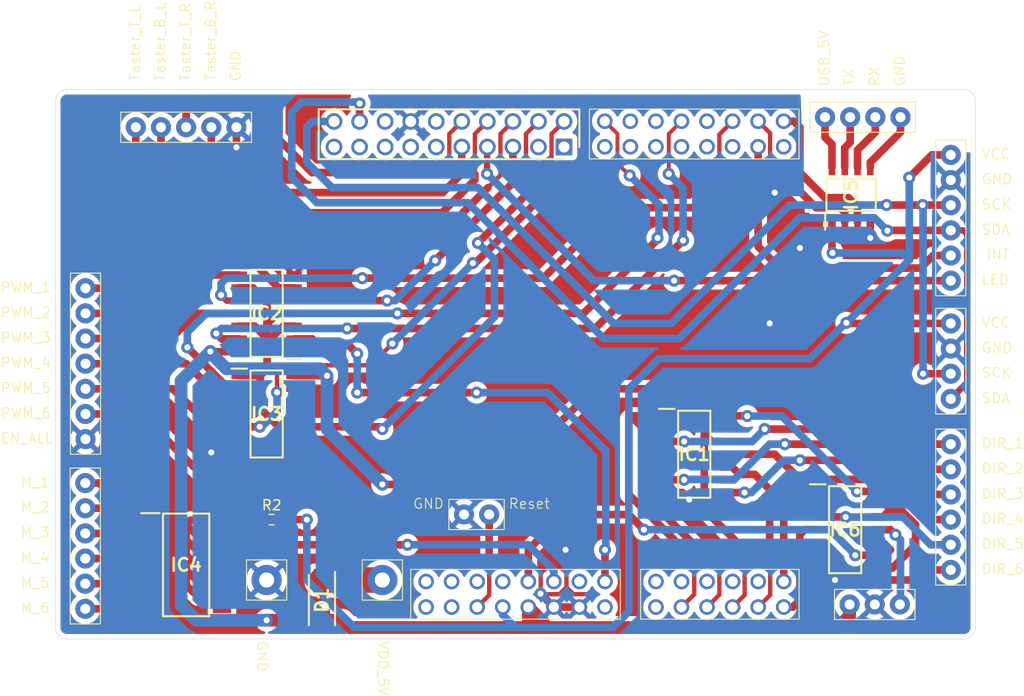
<source format=kicad_pcb>
(kicad_pcb (version 20240108) (generator "pcbnew") (generator_version "8.0")
  (layers (0 "F.Cu" signal "Top Layer") (31 "B.Cu" signal "Bottom Layer") (34 "B.Paste" user "Bottom Paste") (35 "F.Paste" user "Top Paste") (36 "B.SilkS" user "Bottom Overlay") (37 "F.SilkS" user "Top Overlay") (38 "B.Mask" user "Bottom Solder") (39 "F.Mask" user "Top Solder") (44 "Edge.Cuts" user))
  (property "ADDRESS1" "3 Minna Close")
  (property "ADDRESS2" "Belrose")
  (property "ADDRESS3" "NSW 2085")
  (property "ADDRESS4" "Australia")
  (property "CONFIGURATIONPARAMETERS" "")
  (property "CONFIGURATORNAME" "")
  (property "DOCUMENTNUMBER" "")
  (property "ISUSERCONFIGURABLE" "")
  (property "ORGANIZATION" "Altium Limited")
  (property "PAGE_TITLE" "-")
  (property "SHEETSYMBOLDESIGNATOR" "")
  (property "SHEETTOTAL" "3")
  (property "SPICEMODELCACHE" "")
  (property "VERSIONCONTROL_PROJFOLDERREVNUMBER" "")
  (property "VERSIONCONTROL_PROJFOLDERREVNUMBERSHORT" "")
  (property "VERSIONCONTROL_REVNUMBER" "")
  (property "VERSIONCONTROL_REVNUMBERSHORT" "")
  (net 0 "")
  (net 1 "VDDA_MCU")
  (net 2 "VDD-BOARD")
  (net 3 "GND")
  (net 4 "5v-9v")
  (net 5 "VCC_3V")
  (net 6 "/P1-8{slash}SDA0")
  (net 7 "/P1-9{slash}SCL0")
  (net 8 "/P2-1{slash}ADC0-A1")
  (net 9 "VDD_5V")
  (net 10 "/P2-7{slash}TRIG10")
  (net 11 "/DIR_5")
  (net 12 "/DIR_6")
  (net 13 "/P2-0{slash}ADC0-A0")
  (net 14 "/P1-13{slash}ADC0-A11")
  (net 15 "/DIR_4")
  (net 16 "/P1-12{slash}ADC0-A10")
  (net 17 "/DIR_1")
  (net 18 "/P3-7{slash}PWM0-B0")
  (net 19 "/DIR_3")
  (net 20 "/P3-30{slash}ADC0-A13")
  (net 21 "/P3-31{slash}ADC0-A12")
  (net 22 "/PWM_Servo")
  (net 23 "/DIR_2")
  (net 24 "/P3-29{slash}GPIO")
  (net 25 "/P3-6{slash}PWM0-A0")
  (net 26 "/P2-5{slash}GPIO")
  (net 27 "/PWM_2")
  (net 28 "/PWM_3")
  (net 29 "/P2-3{slash}ADC0-A2")
  (net 30 "/PWM_invert")
  (net 31 "/PWM_1")
  (net 32 "/P2-4{slash}GPIO")
  (net 34 "/P3-1{slash}GPIO")
  (net 35 "/PWM_6")
  (net 37 "/P3-15{slash}GPIO")
  (net 38 "/PWM_5")
  (net 40 "/P3-14{slash}PWM0-X2")
  (net 41 "/PWM_4")
  (net 42 "/P1-6{slash}TRIG2")
  (net 43 "/P1-5{slash}UART2-TXD")
  (net 44 "/P1-4{slash}UART2-RXD")
  (net 46 "/P3-13{slash}PWM0-X1")
  (net 47 "/P1-7{slash}GPIO")
  (net 48 "/P3-0{slash}PWM0-A0")
  (net 50 "/P3-12{slash}PWM0-X2")
  (net 55 "/P2-6{slash}CSI1")
  (net 56 "/P1-4{slash}ADC0-A20")
  (net 58 "/P2-2{slash}ADC0-A4")
  (net 59 "/P1-5{slash}ADC0-A21")
  (net 61 "/P2-13{slash}SDO1")
  (net 65 "/P2-12{slash}SCK1")
  (net 66 "/P2-16{slash}SDI1")
  (net 67 "/P3-31{slash}TRIG5")
  (net 68 "/P3-8{slash}PWM0-A1")
  (net 69 "/P3-10{slash}PWM0-A2")
  (net 70 "/P3-9{slash}PWM0-B1")
  (net 71 "/P3-11{slash}PWM0-B2")
  (net 72 "/MCU-RESETn")
  (net 75 "/P1-11{slash}GPIO")
  (net 76 "/P1-10{slash}ADC0-A8")
  (net 80 "/M_Z0_3")
  (net 81 "/M_Z0_2")
  (net 82 "/M_Z0_4")
  (net 84 "/M_Z0_5")
  (net 85 "/M_Z0_1")
  (net 86 "/M_Z0_6")
  (net 87 "Net-(IC5-GND2)")
  (net 88 "Net-(IC5-VCC2)")
  (net 89 "Net-(IC5-OUTA)")
  (net 90 "Net-(IC5-INB)")
  (net 91 "Net-(IC6-3Y)")
  (net 92 "Net-(D1-K)")
  (footprint "Solver_Footprint_Lib:Servo" (layer "F.Cu") (at 180.2135 130.3796)
    (property "Reference" "U7" (hide yes))
    (property "Value" "~" (hide yes))
  )
  (footprint "Solver_Footprint_Lib:PWM_DIR" (layer "F.Cu") (at 190.2691 111.4466 -90)
    (property "Reference" "U3" (hide yes))
    (property "Value" "~" (hide yes))
  )
  (footprint "Solver_Footprint_Lib:SOIC127P600X175-14N" (layer "F.Cu") (at 123.7691 99.9466 180)
    (property "Reference" "IC2")
    (property "Value" "74ALVC00D-Q100J" (hide yes))
  )
  (footprint "Solver_Footprint_Lib:SSQ-110-03-T-D" (layer "F.Cu") (at 128.509312 84.870529)
    (property "Reference" "J2" (hide yes))
    (property "Value" "SSQ-110-03-T-D" (hide yes))
  )
  (footprint "Solver_Footprint_Lib:SOIC127P600X175-8N" (layer "F.Cu") (at 181.8641 88.1576 90)
    (property "Reference" "IC5")
    (property "Value" "ISO6721RBDR" (hide yes))
  )
  (footprint "Solver_Footprint_Lib:SOIC127P600X175-14N" (layer "F.Cu") (at 123.7691 109.9466)
    (property "Reference" "IC3")
    (property "Value" "74ALVC00D-Q100J" (hide yes))
  )
  (footprint "Solver_Footprint_Lib:SOIC127P600X175-14N" (layer "F.Cu") (at 166.2691 113.9466)
    (property "Reference" "IC1")
    (property "Value" "74ALVC00D-Q100J" (hide yes))
  )
  (footprint "Solver_Footprint_Lib:UART" (layer "F.Cu") (at 177.7691 81.9466)
    (property "Reference" "U5" (hide yes))
    (property "Value" "~" (hide yes))
  )
  (footprint "Solver_Footprint_Lib:Reset_Connector" (layer "F.Cu") (at 147.38919 118.432179 180)
    (property "Reference" "U10" (hide yes))
    (property "Value" "~" (hide yes))
  )
  (footprint "Solver_Footprint_Lib:Pinheader_Sensor" (layer "F.Cu") (at 190.2691 82.6966 -90)
    (property "Reference" "U1" (hide yes))
    (property "Value" "~" (hide yes))
  )
  (footprint "Solver_Footprint_Lib:Z0" (layer "F.Cu") (at 104.245362 115.313685 -90)
    (property "Reference" "U8" (hide yes))
    (property "Value" "~" (hide yes))
  )
  (footprint "Solver_Footprint_Lib:DIOM5026X220N" (layer "F.Cu") (at 129.2691 128.4466 -90)
    (property "Reference" "D1")
    (property "Value" "RSX301L-30DDTE25" (hide yes))
  )
  (footprint "Solver_Footprint_Lib:Taster" (layer "F.Cu") (at 109.2691 82.9466)
    (property "Reference" "U9" (hide yes))
    (property "Value" "~" (hide yes))
  )
  (footprint "Solver_Footprint_Lib:SSQ-108-03-T-D" (layer "F.Cu") (at 155.500138 84.617342)
    (property "Reference" "J1" (hide yes))
    (property "Value" "SSQ-108-03-T-D" (hide yes))
  )
  (footprint "Solver_Footprint_Lib:SSQ-108-03-T-D" (layer "F.Cu") (at 159.279101 125.366969 180)
    (property "Reference" "J3" (hide yes))
    (property "Value" "SSQ-108-03-T-D" (hide yes))
  )
  (footprint "Solver_Footprint_Lib:SOIC127P780X200-16N" (layer "F.Cu") (at 115.7691 124.9466)
    (property "Reference" "IC4")
    (property "Value" "ULN2003ANSRE4" (hide yes))
  )
  (footprint "Solver_Footprint_Lib:Pinheader_LCD" (layer "F.Cu") (at 190.2691 99.4466 -90)
    (property "Reference" "U2" (hide yes))
    (property "Value" "~" (hide yes))
  )
  (footprint "Solver_Footprint_Lib:VDD_5V" (layer "F.Cu") (at 137.2691 124.4466 180)
    (property "Reference" "U6" (hide yes))
    (property "Value" "~" (hide yes))
  )
  (footprint "Resistor_SMD:R_0603_1608Metric_Pad0.98x0.95mm_HandSolder" (layer "F.Cu") (at 124.2691 120.4466)
    (property "Reference" "R2")
    (property "Value" "R" (hide yes))
  )
  (footprint "Solver_Footprint_Lib:SOIC127P600X175-14N" (layer "F.Cu") (at 181.2691 121.4466)
    (property "Reference" "IC6")
    (property "Value" "74ALVC00D-Q100J" (hide yes))
  )
  (footprint "Solver_Footprint_Lib:Treiber_PWM" (layer "F.Cu") (at 104.2691 95.9466 -90)
    (property "Reference" "U4" (hide yes))
    (property "Value" "~" (hide yes))
  )
  (footprint "Solver_Footprint_Lib:SSQ-106-03-T-D" (layer "F.Cu") (at 176.942345 125.365134 180)
    (property "Reference" "J4" (hide yes))
    (property "Value" "SSQ-106-03-T-D" (hide yes))
  )
  (gr_line (start 193.0781 132.3086) (end 103.9241 132.3086) (stroke (width 0.05)) (layer "Edge.Cuts"))
  (gr_arc (start 102.7811 78.8416) (mid 103.115877 78.033377) (end 103.9241 77.6986) (stroke (width 0.05)) (layer "Edge.Cuts"))
  (gr_arc (start 103.9241 132.3086) (mid 103.115877 131.973823) (end 102.7811 131.1656) (stroke (width 0.05)) (layer "Edge.Cuts"))
  (gr_line (start 103.9241 77.6986) (end 193.0781 77.6986) (stroke (width 0.05)) (layer "Edge.Cuts"))
  (gr_arc (start 193.0781 77.6986) (mid 193.886323 78.033377) (end 194.2211 78.8416) (stroke (width 0.05)) (layer "Edge.Cuts"))
  (gr_arc (start 194.2211 131.1656) (mid 193.886323 131.973823) (end 193.0781 132.3086) (stroke (width 0.05)) (layer "Edge.Cuts"))
  (gr_line (start 194.2211 78.8416) (end 194.2211 131.1656) (stroke (width 0.05)) (layer "Edge.Cuts"))
  (gr_line (start 102.7811 131.1656) (end 102.7811 78.8416) (stroke (width 0.05)) (layer "Edge.Cuts"))
  (segment (start 152.1958 123.4466) (end 151.008331 124.634069) (width 0.4318) (layer "F.Cu") (net 3))
  (segment (start 183.7691 92.4466) (end 183.7691 90.8686) (width 0.762) (layer "F.Cu") (net 3))
  (segment (start 178.5441 125.2566) (end 179.0791 125.2566) (width 0.762) (layer "F.Cu") (net 3))
  (segment (start 151.044462 127.857565) (end 152.7691 127.857565) (width 0.4318) (layer "F.Cu") (net 3))
  (segment (start 150.991044 127.808912) (end 152.319101 129.136969) (width 0.762) (layer "F.Cu") (net 3))
  (segment (start 150.991044 127.804147) (end 151.047065 127.860168) (width 0.4318) (layer "F.Cu") (net 3))
  (segment (start 153.572442 127.160907) (end 153.572442 127.660907) (width 0.4318) (layer "F.Cu") (net 3))
  (segment (start 118.2791 113.7566) (end 121.0441 113.7566) (width 0.762) (layer "F.Cu") (net 3))
  (segment (start 118.2691 113.7666) (end 118.2791 113.7566) (width 0.762) (layer "F.Cu") (net 3))
  (segment (start 174.2691 90.9466) (end 176.7691 93.4466) (width 0.762) (layer "F.Cu") (net 3))
  (segment (start 151.008331 127.78686) (end 150.991044 127.804147) (width 0.4318) (layer "F.Cu") (net 3))
  (segment (start 153.7691 127.857565) (end 154.2691 127.857565) (width 0.4318) (layer "F.Cu") (net 3))
  (segment (start 151.008331 124.634069) (end 151.008331 127.78686) (width 0.4318) (layer "F.Cu") (net 3))
  (segment (start 152.7691 127.857565) (end 153.7691 127.857565) (width 0.4318) (layer "F.Cu") (net 3))
  (segment (start 152.319101 129.136969) (end 154.859101 129.136969) (width 0.762) (layer "F.Cu") (net 3))
  (segment (start 153.572442 127.660907) (end 153.7691 127.857565) (width 0.4318) (layer "F.Cu") (net 3))
  (segment (start 150.991044 127.804147) (end 151.044462 127.857565) (width 0.4318) (layer "F.Cu") (net 3))
  (segment (start 174.2691 87.9466) (end 174.2691 90.9466) (width 0.762) (layer "F.Cu") (net 3))
  (segment (start 165.0791 117.7566) (end 165.7691 118.4466) (width 0.762) (layer "F.Cu") (net 3))
  (segment (start 163.5441 117.7566) (end 165.0791 117.7566) (width 0.762) (layer "F.Cu") (net 3))
  (segment (start 153.572442 123.536592) (end 153.572442 127.160907) (width 0.4318) (layer "F.Cu") (net 3))
  (segment (start 154.859101 129.136969) (end 156.128675 127.867395) (width 0.4318) (layer "F.Cu") (net 3))
  (segment (start 156.128675 127.867395) (end 156.128675 127.857565) (width 0.4318) (layer "F.Cu") (net 3))
  (segment (start 152.875784 127.857565) (end 152.7691 127.857565) (width 0.4318) (layer "F.Cu") (net 3))
  (segment (start 179.0791 125.2566) (end 180.2691 126.4466) (width 0.762) (layer "F.Cu") (net 3))
  (segment (start 120.7691 81.4466) (end 120.7691 83.4466) (width 0.762) (layer "F.Cu") (net 3))
  (segment (start 153.572442 127.160907) (end 154.2691 127.857565) (width 0.4318) (layer "F.Cu") (net 3))
  (segment (start 154.2691 127.857565) (end 156.128675 127.857565) (width 0.4318) (layer "F.Cu") (net 3))
  (segment (start 153.48245 123.4466) (end 153.572442 123.536592) (width 0.4318) (layer "F.Cu") (net 3))
  (segment (start 153.48245 123.4466) (end 152.1958 123.4466) (width 0.4318) (layer "F.Cu") (net 3))
  (segment (start 150.991044 127.804147) (end 150.991044 127.808912) (width 0.4318) (layer "F.Cu") (net 3))
  (segment (start 153.572442 127.160907) (end 152.875784 127.857565) (width 0.4318) (layer "F.Cu") (net 3))
  (via (at 118.2691 113.7666) (size 1.2) (drill 0.6) (layers "F.Cu" "B.Cu") (net 3))
  (via (at 173.7691 100.9466) (size 1.2) (drill 0.6) (layers "F.Cu" "B.Cu") (net 3))
  (via (at 180.2691 126.4466) (size 1.2) (drill 0.6) (layers "F.Cu" "B.Cu") (net 3))
  (via (at 165.7691 118.4466) (size 1.2) (drill 0.6) (layers "F.Cu" "B.Cu") (net 3))
  (via (at 174.2691 87.9466) (size 1.2) (drill 0.6) (layers "F.Cu" "B.Cu") (net 3))
  (via (at 153.48245 123.4466) (size 1.2) (drill 0.6) (layers "F.Cu" "B.Cu") (net 3))
  (via (at 120.7691 83.4466) (size 1.2) (drill 0.6) (layers "F.Cu" "B.Cu") (net 3))
  (via (at 176.7691 93.4466) (size 1.2) (drill 0.6) (layers "F.Cu" "B.Cu") (net 3))
  (via (at 183.7691 92.4466) (size 1.2) (drill 0.6) (layers "F.Cu" "B.Cu") (net 3))
  (via (at 150.991044 127.804147) (size 1.2) (drill 0.6) (layers "F.Cu" "B.Cu") (net 3))
  (segment (start 179.9591 93.880366) (end 180.01433 93.935596) (width 0.762) (layer "F.Cu") (net 5))
  (segment (start 181.4519 100.9466) (end 181.3941 100.8888) (width 0.635) (layer "F.Cu") (net 5))
  (segment (start 179.9591 90.8686) (end 179.9591 93.880366) (width 0.762) (layer "F.Cu") (net 5))
  (segment (start 189.8925 84.1966) (end 187.6425 86.4466) (width 0.762) (layer "F.Cu") (net 5))
  (segment (start 191.7691 84.1966) (end 189.8925 84.1966) (width 0.762) (layer "F.Cu") (net 5))
  (segment (start 191.7691 100.9466) (end 181.4519 100.9466) (width 0.762) (layer "F.Cu") (net 5))
  (segment (start 125.1816 120.4466) (end 127.7691 120.4466) (width 0.762) (layer "F.Cu") (net 5))
  (via (at 180.01433 93.935596) (size 1.2) (drill 0.6) (layers "F.Cu" "B.Cu") (net 5))
  (via (at 127.7691 120.4466) (size 1.2) (drill 0.6) (layers "F.Cu" "B.Cu") (net 5))
  (via (at 181.3941 100.8888) (size 1.2) (drill 0.6) (layers "F.Cu" "B.Cu") (net 5))
  (via (at 187.6425 86.4466) (size 1.2) (drill 0.6) (layers "F.Cu" "B.Cu") (net 5))
  (segment (start 147.4881 131.1656) (end 147.47724 131.15474) (width 0.762) (layer "B.Cu") (net 5))
  (segment (start 132.47724 131.15474) (end 127.7691 126.4466) (width 0.762) (layer "B.Cu") (net 5))
  (segment (start 181.3269 100.8888) (end 181.3941 100.8888) (width 0.762) (layer "B.Cu") (net 5))
  (segment (start 147.239101 129.916601) (end 148.2691 130.9466) (width 0.762) (layer "B.Cu") (net 5))
  (segment (start 187.6425 94.6404) (end 187.6425 92.9466) (width 0.762) (layer "B.Cu") (net 5))
  (segment (start 159.7691 129.575) (end 159.7691 107.4466) (width 0.762) (layer "B.Cu") (net 5))
  (segment (start 187.6425 94.6404) (end 186.9487 93.9466) (width 0.762) (layer "B.Cu") (net 5))
  (segment (start 180.025334 93.9466) (end 180.01433 93.935596) (width 0.762) (layer "B.Cu") (net 5))
  (segment (start 181.3941 100.8888) (end 187.6425 94.6404) (width 0.762) (layer "B.Cu") (net 5))
  (segment (start 187.6425 92.9466) (end 187.6425 86.4466) (width 0.762) (layer "B.Cu") (net 5))
  (segment (start 147.239101 129.136969) (end 147.239101 129.916601) (width 0.762) (layer "B.Cu") (net 5))
  (segment (start 159.7691 107.4466) (end 162.7691 104.4466) (width 0.762) (layer "B.Cu") (net 5))
  (segment (start 162.7691 104.4466) (end 177.7691 104.4466) (width 0.762) (layer "B.Cu") (net 5))
  (segment (start 158.1785 131.1656) (end 159.7691 129.575) (width 0.762) (layer "B.Cu") (net 5))
  (segment (start 177.7691 104.4466) (end 181.3269 100.8888) (width 0.762) (layer "B.Cu") (net 5))
  (segment (start 127.7691 126.4466) (end 127.7691 120.4466) (width 0.762) (layer "B.Cu") (net 5))
  (segment (start 148.2691 131.1656) (end 149.7691 131.1656) (width 0.762) (layer "B.Cu") (net 5))
  (segment (start 147.47724 131.15474) (end 132.47724 131.15474) (width 0.762) (layer "B.Cu") (net 5))
  (segment (start 186.9487 93.9466) (end 180.025334 93.9466) (width 0.762) (layer "B.Cu") (net 5))
  (segment (start 148.2691 131.1656) (end 147.4881 131.1656) (width 0.762) (layer "B.Cu") (net 5))
  (segment (start 148.2691 130.9466) (end 148.2691 131.1656) (width 0.762) (layer "B.Cu") (net 5))
  (segment (start 149.7691 131.1656) (end 158.1785 131.1656) (width 0.762) (layer "B.Cu") (net 5))
  (segment (start 191.7691 108.4466) (end 193.4036 106.8121) (width 0.635) (layer "F.Cu") (net 6))
  (segment (start 191.7691 91.6966) (end 185.493194 91.6966) (width 0.762) (layer "F.Cu") (net 6))
  (segment (start 193.0299 91.6966) (end 191.7691 91.6966) (width 0.635) (layer "F.Cu") (net 6))
  (segment (start 193.4036 92.0703) (end 193.0299 91.6966) (width 0.635) (layer "F.Cu") (net 6))
  (segment (start 133.011107 80.868734) (end 133.009312 80.870529) (width 0.762) (layer "F.Cu") (net 6))
  (segment (start 133.011107 79.08187) (end 133.011107 80.868734) (width 0.762) (layer "F.Cu") (net 6))
  (segment (start 193.4036 106.8121) (end 193.4036 92.0703) (width 0.635) (layer "F.Cu") (net 6))
  (segment (start 185.493194 91.6966) (end 185.462831 91.726963) (width 0.635) (layer "F.Cu") (net 6))
  (via (at 185.462831 91.726963) (size 1.2) (drill 0.6) (layers "F.Cu" "B.Cu") (net 6))
  (via (at 133.011107 79.08187) (size 1.2) (drill 0.6) (layers "F.Cu" "B.Cu") (net 6))
  (segment (start 132.875837 78.9466) (end 127.2691 78.9466) (width 0.762) (layer "B.Cu") (net 6))
  (segment (start 128.7691 88.9466) (end 143.7691 88.9466) (width 0.762) (layer "B.Cu") (net 6))
  (segment (start 184.182468 90.4466) (end 185.462831 91.726963) (width 0.762) (layer "B.Cu") (net 6))
  (segment (start 176.7691 90.4466) (end 184.182468 90.4466) (width 0.762) (layer "B.Cu") (net 6))
  (segment (start 126.2691 86.4466) (end 128.7691 88.9466) (width 0.762) (layer "B.Cu") (net 6))
  (segment (start 133.011107 79.08187) (end 132.875837 78.9466) (width 0.762) (layer "B.Cu") (net 6))
  (segment (start 126.2691 79.9466) (end 126.2691 86.4466) (width 0.762) (layer "B.Cu") (net 6))
  (segment (start 164.7691 102.4466) (end 176.7691 90.4466) (width 0.762) (layer "B.Cu") (net 6))
  (segment (start 127.2691 78.9466) (end 126.2691 79.9466) (width 0.762) (layer "B.Cu") (net 6))
  (segment (start 157.2691 102.4466) (end 164.7691 102.4466) (width 0.762) (layer "B.Cu") (net 6))
  (segment (start 143.7691 88.9466) (end 157.2691 102.4466) (width 0.762) (layer "B.Cu") (net 6))
  (segment (start 191.7519 89.1794) (end 191.7691 89.1966) (width 0.635) (layer "F.Cu") (net 7))
  (segment (start 188.9633 89.1794) (end 185.387404 89.1794) (width 0.762) (layer "F.Cu") (net 7))
  (segment (start 189.0141 105.9466) (end 191.7691 105.9466) (width 0.762) (layer "F.Cu") (net 7))
  (segment (start 188.9633 89.1794) (end 191.7519 89.1794) (width 0.762) (layer "F.Cu") (net 7))
  (segment (start 185.387404 89.1794) (end 185.385365 89.177361) (width 0.635) (layer "F.Cu") (net 7))
  (via (at 188.9633 89.1794) (size 1.2) (drill 0.6) (layers "F.Cu" "B.Cu") (net 7))
  (via (at 185.385365 89.177361) (size 1.2) (drill 0.6) (layers "F.Cu" "B.Cu") (net 7))
  (via (at 189.0141 105.9466) (size 1.2) (drill 0.6) (layers "F.Cu" "B.Cu") (net 7))
  (segment (start 185.385365 89.177361) (end 175.7691 89.177361) (width 0.762) (layer "B.Cu") (net 7))
  (segment (start 163.999861 100.9466) (end 158.2691 100.9466) (width 0.762) (layer "B.Cu") (net 7))
  (segment (start 130.2691 87.4466) (end 127.7691 84.9466) (width 0.762) (layer "B.Cu") (net 7))
  (segment (start 144.7691 87.4466) (end 130.2691 87.4466) (width 0.762) (layer "B.Cu") (net 7))
  (segment (start 127.7691 81.4466) (end 128.345171 80.870529) (width 0.762) (layer "B.Cu") (net 7))
  (segment (start 128.345171 80.870529) (end 130.469312 80.870529) (width 0.762) (layer "B.Cu") (net 7))
  (segment (start 175.7691 89.177361) (end 163.999861 100.9466) (width 0.762) (layer "B.Cu") (net 7))
  (segment (start 127.7691 84.9466) (end 127.7691 81.4466) (width 0.762) (layer "B.Cu") (net 7))
  (segment (start 189.0141 89.2302) (end 188.9633 89.1794) (width 0.635) (layer "B.Cu") (net 7))
  (segment (start 158.2691 100.9466) (end 144.7691 87.4466) (width 0.762) (layer "B.Cu") (net 7))
  (segment (start 189.0141 105.9466) (end 189.0141 89.2302) (width 0.762) (layer "B.Cu") (net 7))
  (segment (start 191.7691 96.6966) (end 164.2691 96.6966) (width 0.762) (layer "F.Cu") (net 8))
  (segment (start 145.6817 83.438141) (end 145.709312 83.410529) (width 0.635) (layer "F.Cu") (net 8))
  (segment (start 145.6817 86.0806) (end 145.6817 83.438141) (width 0.635) (layer "F.Cu") (net 8))
  (via (at 145.6817 86.0806) (size 1.2) (drill 0.6) (layers "F.Cu" "B.Cu") (net 8))
  (via (at 164.2691 96.6966) (size 1.2) (drill 0.6) (layers "F.Cu" "B.Cu") (net 8))
  (segment (start 164.2691 96.6966) (end 156.2977 96.6966) (width 0.762) (layer "B.Cu") (net 8))
  (segment (start 156.2977 96.6966) (end 145.6817 86.0806) (width 0.762) (layer "B.Cu") (net 8))
  (segment (start 149.779101 129.136969) (end 151.2691 130.626968) (width 1.27) (layer "F.Cu") (net 9))
  (segment (start 149.779101 130.683601) (end 150.2691 131.1736) (width 1.27) (layer "F.Cu") (net 9))
  (segment (start 146.7691 116.9466) (end 156.2691 107.4466) (width 0.762) (layer "F.Cu") (net 9))
  (segment (start 135.2691 116.9466) (end 146.7691 116.9466) (width 0.762) (layer "F.Cu") (net 9))
  (segment (start 129.7691 106.146614) (end 129.759086 106.1366) (width 0.762) (layer "F.Cu") (net 9))
  (segment (start 181.6481 128.945) (end 181.7135 128.8796) (width 1.27) (layer "F.Cu") (net 9))
  (segment (start 149.779101 129.136969) (end 149.779101 130.683601) (width 1.27) (layer "F.Cu") (net 9))
  (segment (start 156.2691 107.4466) (end 165.3941 107.4466) (width 0.762) (layer "F.Cu") (net 9))
  (segment (start 168.0841 110.1366) (end 168.9941 110.1366) (width 0.762) (layer "F.Cu") (net 9))
  (segment (start 129.759086 106.1366) (end 126.4941 106.1366) (width 0.762) (layer "F.Cu") (net 9))
  (segment (start 151.2691 131.1736) (end 150.2691 131.1736) (width 1.27) (layer "F.Cu") (net 9))
  (segment (start 129.2691 130.4466) (end 123.7691 130.4466) (width 1.27) (layer "F.Cu") (net 9))
  (segment (start 181.7135 130.0022) (end 180.5421 131.1736) (width 1.27) (layer "F.Cu") (net 9))
  (segment (start 131.9961 131.1736) (end 131.2691 130.4466) (width 1.27) (layer "F.Cu") (net 9))
  (segment (start 150.2691 131.1736) (end 131.9961 131.1736) (width 1.27) (layer "F.Cu") (net 9))
  (segment (start 171.520743 110.1366) (end 171.536813 110.15267) (width 0.762) (layer "F.Cu") (net 9))
  (segment (start 182.4591 117.6366) (end 183.9941 117.6366) (width 0.762) (layer "F.Cu") (net 9))
  (segment (start 181.7135 128.8796) (end 181.7135 130.0022) (width 1.27) (layer "F.Cu") (net 9))
  (segment (start 165.3941 107.4466) (end 168.0841 110.1366) (width 0.762) (layer "F.Cu") (net 9))
  (segment (start 151.2691 130.626968) (end 151.2691 131.1736) (width 1.27) (layer "F.Cu") (net 9))
  (segment (start 180.5421 131.1736) (end 151.2691 131.1736) (width 1.27) (layer "F.Cu") (net 9))
  (segment (start 118.1965 103.7566) (end 118.1735 103.7336) (width 0.762) (layer "F.Cu") (net 9))
  (segment (start 131.2691 130.4466) (end 129.2691 130.4466) (width 1.27) (layer "F.Cu") (net 9))
  (segment (start 121.0441 103.7566) (end 118.1965 103.7566) (width 0.762) (layer "F.Cu") (net 9))
  (segment (start 168.9941 110.1366) (end 171.520743 110.1366) (width 0.762) (layer "F.Cu") (net 9))
  (via (at 123.7691 130.4466) (size 1.2) (drill 0.6) (layers "F.Cu" "B.Cu") (net 9))
  (via (at 118.1735 103.7336) (size 1.2) (drill 0.6) (layers "F.Cu" "B.Cu") (net 9))
  (via (at 182.4591 117.6366) (size 1.2) (drill 0.6) (layers "F.Cu" "B.Cu") (net 9))
  (via (at 135.2691 116.9466) (size 1.2) (drill 0.6) (layers "F.Cu" "B.Cu") (net 9))
  (via (at 171.536813 110.15267) (size 1.2) (drill 0.6) (layers "F.Cu" "B.Cu") (net 9))
  (via (at 129.7691 106.146614) (size 1.2) (drill 0.6) (layers "F.Cu" "B.Cu") (net 9))
  (segment (start 129.7691 111.4466) (end 129.7691 106.146614) (width 1.27) (layer "B.Cu") (net 9))
  (segment (start 115.2691 128.9466) (end 115.2691 106.638) (width 1.27) (layer "B.Cu") (net 9))
  (segment (start 174.97517 110.15267) (end 182.4591 117.6366) (width 0.762) (layer "B.Cu") (net 9))
  (segment (start 115.2691 106.638) (end 118.1735 103.7336) (width 1.27) (layer "B.Cu") (net 9))
  (segment (start 129.069086 105.4466) (end 119.7691 105.4466) (width 1.27) (layer "B.Cu") (net 9))
  (segment (start 118.1735 103.851) (end 118.1735 103.7336) (width 1.27) (layer "B.Cu") (net 9))
  (segment (start 123.7691 130.4466) (end 116.7691 130.4466) (width 1.27) (layer "B.Cu") (net 9))
  (segment (start 129.7691 106.146614) (end 129.069086 105.4466) (width 1.27) (layer "B.Cu") (net 9))
  (segment (start 171.536813 110.15267) (end 174.97517 110.15267) (width 0.762) (layer "B.Cu") (net 9))
  (segment (start 119.7691 105.4466) (end 118.1735 103.851) (width 1.27) (layer "B.Cu") (net 9))
  (segment (start 135.2691 116.9466) (end 129.7691 111.4466) (width 1.27) (layer "B.Cu") (net 9))
  (segment (start 116.7691 130.4466) (end 115.2691 128.9466) (width 1.27) (layer "B.Cu") (net 9))
  (segment (start 181.304539 120.1766) (end 181.322003 120.194064) (width 0.762) (layer "F.Cu") (net 11))
  (segment (start 191.767352 122.948348) (end 191.7691 122.9466) (width 0.4318) (layer "F.Cu") (net 11))
  (segment (start 178.5441 120.1766) (end 181.304539 120.1766) (width 0.762) (layer "F.Cu") (net 11))
  (via (at 181.322003 120.194064) (size 1.2) (drill 0.6) (layers "F.Cu" "B.Cu") (net 11))
  (segment (start 189.7691 122.9466) (end 191.7691 122.9466) (width 0.762) (layer "B.Cu") (net 11))
  (segment (start 187.016564 120.194064) (end 189.7691 122.9466) (width 0.762) (layer "B.Cu") (net 11))
  (segment (start 181.322003 120.194064) (end 187.016564 120.194064) (width 0.762) (layer "B.Cu") (net 11))
  (segment (start 178.5441 123.9866) (end 179.8091 123.9866) (width 0.762) (layer "F.Cu") (net 12))
  (segment (start 188.7691 126.4466) (end 189.7691 125.4466) (width 0.762) (layer "F.Cu") (net 12))
  (segment (start 182.2691 126.4466) (end 188.7691 126.4466) (width 0.762) (layer "F.Cu") (net 12))
  (segment (start 189.7691 125.4466) (end 191.7691 125.4466) (width 0.762) (layer "F.Cu") (net 12))
  (segment (start 179.8091 123.9866) (end 182.2691 126.4466) (width 0.762) (layer "F.Cu") (net 12))
  (segment (start 167.8091 111.4066) (end 168.9941 111.4066) (width 0.762) (layer "F.Cu") (net 13))
  (segment (start 167.9991 112.6766) (end 167.2691 111.9466) (width 0.762) (layer "F.Cu") (net 13))
  (segment (start 168.9941 112.6766) (end 167.9991 112.6766) (width 0.762) (layer "F.Cu") (net 13))
  (segment (start 171.278245 124.955745) (end 171.278245 123.455745) (width 0.762) (layer "F.Cu") (net 13))
  (segment (start 171.278245 123.455745) (end 167.2691 119.4466) (width 0.762) (layer "F.Cu") (net 13))
  (segment (start 170.087345 129.135134) (end 171.278245 127.944234) (width 0.4318) (layer "F.Cu") (net 13))
  (segment (start 171.278245 127.944234) (end 171.278245 124.955745) (width 0.4318) (layer "F.Cu") (net 13))
  (segment (start 167.2691 119.4466) (end 167.2691 111.9466) (width 0.762) (layer "F.Cu") (net 13))
  (segment (start 167.2691 111.9466) (end 167.8091 111.4066) (width 0.762) (layer "F.Cu") (net 13))
  (segment (start 162.5391 115.2166) (end 163.5441 115.2166) (width 0.762) (layer "F.Cu") (net 14))
  (segment (start 161.7691 114.4466) (end 161.7691 118.4466) (width 0.762) (layer "F.Cu") (net 14))
  (segment (start 161.7691 118.4466) (end 168.7691 125.4466) (width 0.762) (layer "F.Cu") (net 14))
  (segment (start 168.7691 127.913379) (end 168.7691 125.4466) (width 0.4318) (layer "F.Cu") (net 14))
  (segment (start 167.547345 129.135134) (end 168.7691 127.913379) (width 0.4318) (layer "F.Cu") (net 14))
  (segment (start 162.2691 113.9466) (end 161.7691 114.4466) (width 0.762) (layer "F.Cu") (net 14))
  (segment (start 161.7691 114.4466) (end 162.5391 115.2166) (width 0.762) (layer "F.Cu") (net 14))
  (segment (start 163.5441 113.9466) (end 162.2691 113.9466) (width 0.762) (layer "F.Cu") (net 14))
  (segment (start 174.2691 113.9466) (end 168.9941 113.9466) (width 0.762) (layer "F.Cu") (net 15))
  (segment (start 191.7691 120.4466) (end 189.7691 120.4466) (width 0.762) (layer "F.Cu") (net 15))
  (segment (start 185.7691 116.4466) (end 176.7691 116.4466) (width 0.762) (layer "F.Cu") (net 15))
  (segment (start 189.7691 120.4466) (end 185.7691 116.4466) (width 0.762) (layer "F.Cu") (net 15))
  (segment (start 176.7691 116.4466) (end 174.2691 113.9466) (width 0.762) (layer "F.Cu") (net 15))
  (segment (start 166.2691 127.873379) (end 166.2691 124.9466) (width 0.4318) (layer "F.Cu") (net 16))
  (segment (start 159.7691 110.4466) (end 159.7691 117.9466) (width 0.762) (layer "F.Cu") (net 16))
  (segment (start 163.5441 110.1366) (end 160.0791 110.1366) (width 0.762) (layer "F.Cu") (net 16))
  (segment (start 160.0791 110.1366) (end 160.0191 110.1966) (width 0.762) (layer "F.Cu") (net 16))
  (segment (start 159.7691 117.9466) (end 166.2691 124.4466) (width 0.762) (layer "F.Cu") (net 16))
  (segment (start 160.0191 110.1966) (end 159.7691 110.4466) (width 0.762) (layer "F.Cu") (net 16))
  (segment (start 161.2291 111.4066) (end 160.0191 110.1966) (width 0.762) (layer "F.Cu") (net 16))
  (segment (start 165.007345 129.135134) (end 166.2691 127.873379) (width 0.4318) (layer "F.Cu") (net 16))
  (segment (start 163.5441 111.4066) (end 161.2291 111.4066) (width 0.762) (layer "F.Cu") (net 16))
  (segment (start 166.2691 124.4466) (end 166.2691 124.9466) (width 0.762) (layer "F.Cu") (net 16))
  (segment (start 188.7691 111.4466) (end 190.2691 112.9466) (width 0.762) (layer "F.Cu") (net 17))
  (segment (start 190.2691 112.9466) (end 191.7691 112.9466) (width 0.762) (layer "F.Cu") (net 17))
  (segment (start 173.2691 111.4466) (end 188.7691 111.4466) (width 0.762) (layer "F.Cu") (net 17))
  (segment (start 165.2691 112.6766) (end 163.5441 112.6766) (width 0.762) (layer "F.Cu") (net 17))
  (segment (start 191.764413 112.941913) (end 191.7691 112.9466) (width 0.4318) (layer "F.Cu") (net 17))
  (via (at 173.2691 111.4466) (size 1.2) (drill 0.6) (layers "F.Cu" "B.Cu") (net 17))
  (via (at 165.2691 112.6766) (size 1.2) (drill 0.6) (layers "F.Cu" "B.Cu") (net 17))
  (segment (start 173.2691 111.4466) (end 172.033744 112.681956) (width 0.762) (layer "B.Cu") (net 17))
  (segment (start 165.274456 112.681956) (end 165.2691 112.6766) (width 0.762) (layer "B.Cu") (net 17))
  (segment (start 172.033744 112.681956) (end 165.274456 112.681956) (width 0.762) (layer "B.Cu") (net 17))
  (segment (start 171.2691 117.7566) (end 168.9941 117.7566) (width 0.762) (layer "F.Cu") (net 19))
  (segment (start 176.7691 114.55053) (end 186.87303 114.55053) (width 0.762) (layer "F.Cu") (net 19))
  (segment (start 186.87303 114.55053) (end 190.2691 117.9466) (width 0.762) (layer "F.Cu") (net 19))
  (segment (start 190.2691 117.9466) (end 191.7691 117.9466) (width 0.762) (layer "F.Cu") (net 19))
  (via (at 176.7691 114.55053) (size 1.2) (drill 0.6) (layers "F.Cu" "B.Cu") (net 19))
  (via (at 171.2691 117.7566) (size 1.2) (drill 0.6) (layers "F.Cu" "B.Cu") (net 19))
  (segment (start 171.958503 117.7566) (end 175.164573 114.55053) (width 0.762) (layer "B.Cu") (net 19))
  (segment (start 171.2691 117.7566) (end 171.958503 117.7566) (width 0.762) (layer "B.Cu") (net 19))
  (segment (start 175.164573 114.55053) (end 176.7691 114.55053) (width 0.762) (layer "B.Cu") (net 19))
  (segment (start 176.7691 128.4466) (end 176.7691 123.4466) (width 0.762) (layer "F.Cu") (net 20))
  (segment (start 176.080566 129.135134) (end 176.7691 128.4466) (width 0.762) (layer "F.Cu") (net 20))
  (segment (start 175.167345 129.135134) (end 176.080566 129.135134) (width 0.762) (layer "F.Cu") (net 20))
  (segment (start 176.7691 121.9466) (end 177.2691 121.4466) (width 0.762) (layer "F.Cu") (net 20))
  (segment (start 176.7691 123.4466) (end 177.4991 122.7166) (width 0.762) (layer "F.Cu") (net 20))
  (segment (start 176.7691 123.4466) (end 176.7691 121.9466) (width 0.762) (layer "F.Cu") (net 20))
  (segment (start 177.2691 121.4466) (end 178.5441 121.4466) (width 0.762) (layer "F.Cu") (net 20))
  (segment (start 177.4991 122.7166) (end 178.5441 122.7166) (width 0.762) (layer "F.Cu") (net 20))
  (segment (start 173.818245 127.944234) (end 173.818245 124.447971) (width 0.4318) (layer "F.Cu") (net 21))
  (segment (start 173.7691 117.4466) (end 173.7691 124.398826) (width 0.762) (layer "F.Cu") (net 21))
  (segment (start 170.0391 115.2166) (end 170.7691 115.9466) (width 0.762) (layer "F.Cu") (net 21))
  (segment (start 170.7691 115.9466) (end 172.2691 115.9466) (width 0.762) (layer "F.Cu") (net 21))
  (segment (start 172.627345 129.135134) (end 173.818245 127.944234) (width 0.4318) (layer "F.Cu") (net 21))
  (segment (start 168.9941 115.2166) (end 170.0391 115.2166) (width 0.762) (layer "F.Cu") (net 21))
  (segment (start 172.2691 115.9466) (end 173.7691 117.4466) (width 0.762) (layer "F.Cu") (net 21))
  (segment (start 170.2291 116.4866) (end 168.9941 116.4866) (width 0.762) (layer "F.Cu") (net 21))
  (segment (start 170.7691 115.9466) (end 170.2291 116.4866) (width 0.762) (layer "F.Cu") (net 21))
  (segment (start 185.7691 121.4466) (end 183.9941 121.4466) (width 0.762) (layer "F.Cu") (net 22))
  (segment (start 186.2691 121.9466) (end 185.7691 121.4466) (width 0.762) (layer "F.Cu") (net 22))
  (via (at 186.2691 121.9466) (size 1.2) (drill 0.6) (layers "F.Cu" "B.Cu") (net 22))
  (segment (start 186.7691 122.4466) (end 186.7691 128.824) (width 0.762) (layer "B.Cu") (net 22))
  (segment (start 186.7691 128.824) (end 186.7135 128.8796) (width 0.762) (layer "B.Cu") (net 22))
  (segment (start 186.2691 121.9466) (end 186.7691 122.4466) (width 0.762) (layer "B.Cu") (net 22))
  (segment (start 190.2691 115.4466) (end 191.7691 115.4466) (width 0.762) (layer "F.Cu") (net 23))
  (segment (start 165.2691 116.4866) (end 163.5441 116.4866) (width 0.762) (layer "F.Cu") (net 23))
  (segment (start 187.7691 112.9466) (end 190.2691 115.4466) (width 0.762) (layer "F.Cu") (net 23))
  (segment (start 175.2691 112.9466) (end 187.7691 112.9466) (width 0.762) (layer "F.Cu") (net 23))
  (via (at 165.2691 116.4866) (size 1.2) (drill 0.6) (layers "F.Cu" "B.Cu") (net 23))
  (via (at 175.2691 112.9466) (size 1.2) (drill 0.6) (layers "F.Cu" "B.Cu") (net 23))
  (segment (start 170.2691 116.4466) (end 165.3091 116.4466) (width 0.762) (layer "B.Cu") (net 23))
  (segment (start 175.2691 112.9466) (end 173.7691 112.9466) (width 0.762) (layer "B.Cu") (net 23))
  (segment (start 165.3091 116.4466) (end 165.2691 116.4866) (width 0.762) (layer "B.Cu") (net 23))
  (segment (start 173.7691 112.9466) (end 170.2691 116.4466) (width 0.762) (layer "B.Cu") (net 23))
  (segment (start 176.5791 117.6366) (end 175.167345 119.048355) (width 0.762) (layer "F.Cu") (net 24))
  (segment (start 177.8491 118.9066) (end 176.5791 117.6366) (width 0.762) (layer "F.Cu") (net 24))
  (segment (start 175.167345 119.048355) (end 175.167345 126.595134) (width 0.762) (layer "F.Cu") (net 24))
  (segment (start 178.5441 118.9066) (end 177.8491 118.9066) (width 0.762) (layer "F.Cu") (net 24))
  (segment (start 178.5441 117.6366) (end 176.5791 117.6366) (width 0.762) (layer "F.Cu") (net 24))
  (segment (start 132.7691 103.9466) (end 132.5815 103.759) (width 0.762) (layer "F.Cu") (net 25))
  (segment (start 132.7691 107.823) (end 144.6403 107.823) (width 0.762) (layer "F.Cu") (net 25))
  (segment (start 126.4965 103.759) (end 126.4941 103.7566) (width 0.762) (layer "F.Cu") (net 25))
  (segment (start 127.9591 103.7566) (end 126.4941 103.7566) (width 0.762) (layer "F.Cu") (net 25))
  (segment (start 128.3091 102.4866) (end 128.7691 102.9466) (width 0.762) (layer "F.Cu") (net 25))
  (segment (start 128.7691 102.9466) (end 127.9591 103.7566) (width 0.762) (layer "F.Cu") (net 25))
  (segment (start 157.399101 123.4466) (end 157.399101 126.596969) (width 0.762) (layer "F.Cu") (net 25))
  (segment (start 131.7691 102.9466) (end 132.7691 103.9466) (width 0.762) (layer "F.Cu") (net 25))
  (segment (start 128.7691 102.9466) (end 131.7691 102.9466) (width 0.762) (layer "F.Cu") (net 25))
  (segment (start 126.4941 102.4866) (end 128.3091 102.4866) (width 0.762) (layer "F.Cu") (net 25))
  (via (at 132.7691 107.823) (size 1.2) (drill 0.6) (layers "F.Cu" "B.Cu") (net 25))
  (via (at 144.6403 107.823) (size 1.2) (drill 0.6) (layers "F.Cu" "B.Cu") (net 25))
  (via (at 157.399101 123.4466) (size 1.2) (drill 0.6) (layers "F.Cu" "B.Cu") (net 25))
  (via (at 132.7691 103.9466) (size 1.2) (drill 0.6) (layers "F.Cu" "B.Cu") (net 25))
  (segment (start 151.7015 107.823) (end 144.6403 107.823) (width 0.762) (layer "B.Cu") (net 25))
  (segment (start 157.4851 113.6066) (end 151.7015 107.823) (width 0.762) (layer "B.Cu") (net 25))
  (segment (start 132.7691 107.823) (end 132.7691 103.9466) (width 0.762) (layer "B.Cu") (net 25))
  (segment (start 157.4851 123.360601) (end 157.4851 113.6066) (width 0.762) (layer "B.Cu") (net 25))
  (segment (start 157.399101 123.4466) (end 157.4851 123.360601) (width 0.762) (layer "B.Cu") (net 25))
  (segment (start 163.7411 82.10638) (end 163.7411 84.0232) (width 0.381) (layer "F.Cu") (net 26))
  (segment (start 156.418921 101.4466) (end 165.1635 92.702021) (width 0.762) (layer "F.Cu") (net 26))
  (segment (start 121.0441 102.4866) (end 119.3091 102.4866) (width 0.762) (layer "F.Cu") (net 26))
  (segment (start 165.000138 80.847342) (end 163.7411 82.10638) (width 0.381) (layer "F.Cu") (net 26))
  (segment (start 163.7411 84.0232) (end 163.7411 86.0806) (width 0.381) (layer "F.Cu") (net 26))
  (segment (start 119.3091 102.4866) (end 118.7691 101.9466) (width 0.762) (layer "F.Cu") (net 26))
  (segment (start 131.7691 101.4466) (end 156.418921 101.4466) (width 0.762) (layer "F.Cu") (net 26))
  (via (at 131.7691 101.4466) (size 1.2) (drill 0.6) (layers "F.Cu" "B.Cu") (net 26))
  (via (at 165.1635 92.702021) (size 1.2) (drill 0.6) (layers "F.Cu" "B.Cu") (net 26))
  (via (at 118.7691 101.9466) (size 1.2) (drill 0.6) (layers "F.Cu" "B.Cu") (net 26))
  (via (at 163.7411 86.0806) (size 1.2) (drill 0.6) (layers "F.Cu" "B.Cu") (net 26))
  (segment (start 163.7411 86.0806) (end 165.1635 87.503) (width 0.762) (layer "B.Cu") (net 26))
  (segment (start 118.7691 101.9466) (end 119.2691 101.4466) (width 0.762) (layer "B.Cu") (net 26))
  (segment (start 119.2691 101.4466) (end 131.7691 101.4466) (width 0.762) (layer "B.Cu") (net 26))
  (segment (start 165.1635 87.503) (end 165.1635 92.702021) (width 0.762) (layer "B.Cu") (net 26))
  (segment (start 105.7691 99.9466) (end 113.4515 99.9466) (width 0.762) (layer "F.Cu") (net 27))
  (segment (start 117.2615 96.1366) (end 121.0441 96.1366) (width 0.762) (layer "F.Cu") (net 27))
  (segment (start 113.4515 99.9466) (end 117.2615 96.1366) (width 0.762) (layer "F.Cu") (net 27))
  (segment (start 105.7691 102.4466) (end 114.2535 102.4466) (width 0.762) (layer "F.Cu") (net 28))
  (segment (start 116.7535 99.9466) (end 121.0441 99.9466) (width 0.762) (layer "F.Cu") (net 28))
  (segment (start 114.2535 102.4466) (end 116.7535 99.9466) (width 0.762) (layer "F.Cu") (net 28))
  (segment (start 148.249312 86.966396) (end 140.519108 94.6966) (width 0.762) (layer "F.Cu") (net 29))
  (segment (start 135.747393 98.6766) (end 126.4941 98.6766) (width 0.762) (layer "F.Cu") (net 29))
  (segment (start 148.249312 83.410529) (end 148.249312 86.966396) (width 0.762) (layer "F.Cu") (net 29))
  (via (at 135.747393 98.6766) (size 1.2) (drill 0.6) (layers "F.Cu" "B.Cu") (net 29))
  (via (at 140.519108 94.6966) (size 1.2) (drill 0.6) (layers "F.Cu" "B.Cu") (net 29))
  (segment (start 136.5391 98.6766) (end 140.5191 94.6966) (width 0.762) (layer "B.Cu") (net 29))
  (segment (start 135.747393 98.6766) (end 136.5391 98.6766) (width 0.762) (layer "B.Cu") (net 29))
  (segment (start 140.5191 94.6966) (end 140.519108 94.6966) (width 0.762) (layer "B.Cu") (net 29))
  (segment (start 125.1381 111.3928) (end 123.1365 109.3912) (width 0.762) (layer "F.Cu") (net 30))
  (segment (start 122.5811 101.2166) (end 123.8123 102.4478) (width 0.762) (layer "F.Cu") (net 30))
  (segment (start 126.4941 112.4866) (end 125.4771 112.4866) (width 0.762) (layer "F.Cu") (net 30))
  (segment (start 122.4129 97.4066) (end 123.8123 98.806) (width 0.762) (layer "F.Cu") (net 30))
  (segment (start 121.0441 109.9466) (end 122.5811 109.9466) (width 0.762) (layer "F.Cu") (net 30))
  (segment (start 123.1365 109.3912) (end 122.5811 109.9466) (width 0.762) (layer "F.Cu") (net 30))
  (segment (start 123.8123 105.4608) (end 123.1365 106.1366) (width 0.762) (layer "F.Cu") (net 30))
  (segment (start 126.4941 99.9466) (end 124.8561 99.9466) (width 0.762) (layer "F.Cu") (net 30))
  (segment (start 123.1365 106.1366) (end 121.0441 106.1366) (width 0.762) (layer "F.Cu") (net 30))
  (segment (start 125.1381 112.1476) (end 125.1381 111.3928) (width 0.762) (layer "F.Cu") (net 30))
  (segment (start 125.4149 101.2166) (end 123.8123 102.8192) (width 0.762) (layer "F.Cu") (net 30))
  (segment (start 123.8123 102.8192) (end 123.8123 105.4608) (width 0.762) (layer "F.Cu") (net 30))
  (segment (start 123.8123 98.806) (end 123.8123 100.9904) (width 0.762) (layer "F.Cu") (net 30))
  (segment (start 121.0441 97.4066) (end 122.4129 97.4066) (width 0.762) (layer "F.Cu") (net 30))
  (segment (start 124.8561 99.9466) (end 123.8123 100.9904) (width 0.762) (layer "F.Cu") (net 30))
  (segment (start 121.0441 101.2166) (end 122.5811 101.2166) (width 0.762) (layer "F.Cu") (net 30))
  (segment (start 125.4771 112.4866) (end 125.1381 112.1476) (width 0.762) (layer "F.Cu") (net 30))
  (segment (start 126.4941 101.2166) (end 125.4149 101.2166) (width 0.762) (layer "F.Cu") (net 30))
  (segment (start 123.1365 106.1366) (end 123.1365 109.3912) (width 0.762) (layer "F.Cu") (net 30))
  (segment (start 123.8123 102.4478) (end 123.8123 102.8192) (width 0.762) (layer "F.Cu") (net 30))
  (segment (start 123.8123 100.9904) (end 123.8123 102.8192) (width 0.762) (layer "F.Cu") (net 30))
  (segment (start 121.8099 94.2594) (end 116.3701 94.2594) (width 0.762) (layer "F.Cu") (net 31))
  (segment (start 126.4941 97.4066) (end 124.9571 97.4066) (width 0.762) (layer "F.Cu") (net 31))
  (segment (start 124.9571 97.4066) (end 121.8099 94.2594) (width 0.762) (layer "F.Cu") (net 31))
  (segment (start 113.1829 97.4466) (end 105.7691 97.4466) (width 0.762) (layer "F.Cu") (net 31))
  (segment (start 116.3701 94.2594) (end 113.1829 97.4466) (width 0.762) (layer "F.Cu") (net 31))
  (segment (start 170.080138 80.847342) (end 168.7691 82.15838) (width 0.4318) (layer "F.Cu") (net 32))
  (segment (start 168.7691 86.9466) (end 166.2691 89.4466) (width 0.762) (layer "F.Cu") (net 32))
  (segment (start 158.2691 89.4466) (end 151.2691 96.4466) (width 0.762) (layer "F.Cu") (net 32))
  (segment (start 168.7691 85.9466) (end 168.7691 86.9466) (width 0.762) (layer "F.Cu") (net 32))
  (segment (start 119.7967 98.6766) (end 119.2403 98.1202) (width 0.635) (layer "F.Cu") (net 32))
  (segment (start 168.7691 82.15838) (end 168.7691 85.9466) (width 0.4318) (layer "F.Cu") (net 32))
  (segment (start 121.0441 98.6766) (end 119.7967 98.6766) (width 0.635) (layer "F.Cu") (net 32))
  (segment (start 151.2691 96.4466) (end 133.2691 96.4466) (width 0.762) (layer "F.Cu") (net 32))
  (segment (start 166.2691 89.4466) (end 158.2691 89.4466) (width 0.762) (layer "F.Cu") (net 32))
  (via (at 133.2691 96.4466) (size 1.2) (drill 0.6) (layers "F.Cu" "B.Cu") (net 32))
  (via (at 119.2403 98.1202) (size 1.2) (drill 0.6) (layers "F.Cu" "B.Cu") (net 32))
  (segment (start 119.2403 96.9754) (end 119.2403 98.1202) (width 0.762) (layer "B.Cu") (net 32))
  (segment (start 133.2691 96.4466) (end 119.7691 96.4466) (width 0.762) (layer "B.Cu") (net 32))
  (segment (start 119.7691 96.4466) (end 119.2403 96.9754) (width 0.762) (layer "B.Cu") (net 32))
  (segment (start 158.6357 85.0392) (end 159.8295 86.233) (width 0.381) (layer "F.Cu") (net 34))
  (segment (start 162.6235 92.5922) (end 162.6235 92.4466) (width 0.762) (layer "F.Cu") (net 34))
  (segment (start 155.2691 99.9466) (end 162.6235 92.5922) (width 0.762) (layer "F.Cu") (net 34))
  (segment (start 158.6357 82.102904) (end 158.6357 85.0392) (width 0.381) (layer "F.Cu") (net 34))
  (segment (start 136.7691 99.9466) (end 155.2691 99.9466) (width 0.762) (layer "F.Cu") (net 34))
  (segment (start 121.0441 107.4066) (end 119.973243 107.4066) (width 0.762) (layer "F.Cu") (net 34))
  (segment (start 157.380138 80.847342) (end 158.6357 82.102904) (width 0.381) (layer "F.Cu") (net 34))
  (segment (start 159.8295 86.233) (end 159.8549 86.233) (width 0.381) (layer "F.Cu") (net 34))
  (segment (start 119.973243 107.4066) (end 115.890468 103.323825) (width 0.762) (layer "F.Cu") (net 34))
  (via (at 136.7691 99.9466) (size 1.2) (drill 0.6) (layers "F.Cu" "B.Cu") (net 34))
  (via (at 159.8549 86.233) (size 1.2) (drill 0.6) (layers "F.Cu" "B.Cu") (net 34))
  (via (at 162.6235 92.4466) (size 1.2) (drill 0.6) (layers "F.Cu" "B.Cu") (net 34))
  (via (at 115.890468 103.323825) (size 1.2) (drill 0.6) (layers "F.Cu" "B.Cu") (net 34))
  (segment (start 115.890468 101.825232) (end 117.7691 99.9466) (width 0.762) (layer "B.Cu") (net 34))
  (segment (start 162.7691 89.1472) (end 162.7691 92.301) (width 0.762) (layer "B.Cu") (net 34))
  (segment (start 162.7691 92.301) (end 162.6235 92.4466) (width 0.762) (layer "B.Cu") (net 34))
  (segment (start 115.890468 103.323825) (end 115.890468 101.825232) (width 0.762) (layer "B.Cu") (net 34))
  (segment (start 117.7691 99.9466) (end 136.7691 99.9466) (width 0.762) (layer "B.Cu") (net 34))
  (segment (start 159.8549 86.233) (end 162.7691 89.1472) (width 0.762) (layer "B.Cu") (net 34))
  (segment (start 111.2691 109.9466) (end 117.2691 115.9466) (width 0.762) (layer "F.Cu") (net 35))
  (segment (start 105.7691 109.9466) (end 111.2691 109.9466) (width 0.762) (layer "F.Cu") (net 35))
  (segment (start 124.4591 113.7566) (end 126.4941 113.7566) (width 0.762) (layer "F.Cu") (net 35))
  (segment (start 122.2691 115.9466) (end 124.4591 113.7566) (width 0.762) (layer "F.Cu") (net 35))
  (segment (start 117.2691 115.9466) (end 122.2691 115.9466) (width 0.762) (layer "F.Cu") (net 35))
  (segment (start 125.5687 105.1052) (end 124.8029 105.871) (width 0.4318) (layer "F.Cu") (net 37))
  (segment (start 152.088412 82.111429) (end 152.088412 87.217688) (width 0.4318) (layer "F.Cu") (net 37))
  (segment (start 134.1105 105.1052) (end 125.5687 105.1052) (width 0.4318) (layer "F.Cu") (net 37))
  (segment (start 123.086694 111.2166) (end 121.0441 111.2166) (width 0.762) (layer "F.Cu") (net 37))
  (segment (start 151.998012 87.458587) (end 144.509999 94.9466) (width 0.762) (layer "F.Cu") (net 37))
  (segment (start 144.509999 94.9466) (end 144.2691 94.9466) (width 0.762) (layer "F.Cu") (net 37))
  (segment (start 153.329312 80.870529) (end 152.088412 82.111429) (width 0.4318) (layer "F.Cu") (net 37))
  (segment (start 123.0881 111.215194) (end 123.086694 111.2166) (width 0.762) (layer "F.Cu") (net 37))
  (segment (start 124.8029 105.871) (end 124.8029 107.7976) (width 0.4318) (layer "F.Cu") (net 37))
  (segment (start 151.998012 87.217688) (end 151.998012 87.458587) (width 0.762) (layer "F.Cu") (net 37))
  (segment (start 134.1105 105.1052) (end 136.2691 102.9466) (width 0.4318) (layer "F.Cu") (net 37))
  (via (at 136.2691 102.9466) (size 1.2) (drill 0.6) (layers "F.Cu" "B.Cu") (net 37))
  (via (at 123.0881 111.215194) (size 1.2) (drill 0.6) (layers "F.Cu" "B.Cu") (net 37))
  (via (at 124.8029 107.7976) (size 1.2) (drill 0.6) (layers "F.Cu" "B.Cu") (net 37))
  (via (at 144.2691 94.9466) (size 1.2) (drill 0.6) (layers "F.Cu" "B.Cu") (net 37))
  (segment (start 136.2691 102.9466) (end 144.2691 94.9466) (width 0.762) (layer "B.Cu") (net 37))
  (segment (start 123.290306 111.215194) (end 124.8029 109.7026) (width 0.762) (layer "B.Cu") (net 37))
  (segment (start 124.8029 109.7026) (end 124.8029 107.7976) (width 0.762) (layer "B.Cu") (net 37))
  (segment (start 123.0881 111.215194) (end 123.290306 111.215194) (width 0.762) (layer "B.Cu") (net 37))
  (segment (start 110.4351 107.4466) (end 105.7691 107.4466) (width 0.762) (layer "F.Cu") (net 38))
  (segment (start 121.0441 112.4866) (end 119.4843 112.4866) (width 0.762) (layer "F.Cu") (net 38))
  (segment (start 114.4397 107.442) (end 110.4397 107.442) (width 0.762) (layer "F.Cu") (net 38))
  (segment (start 119.4843 112.4866) (end 114.4397 107.442) (width 0.762) (layer "F.Cu") (net 38))
  (segment (start 110.4397 107.442) (end 110.4351 107.4466) (width 0.762) (layer "F.Cu") (net 38))
  (segment (start 135.0391 111.2166) (end 126.4941 111.2166) (width 0.762) (layer "F.Cu") (net 40))
  (segment (start 135.2691 111.4466) (end 135.0391 111.2166) (width 0.762) (layer "F.Cu") (net 40))
  (segment (start 149.548412 88.167288) (end 144.7691 92.9466) (width 0.762) (layer "F.Cu") (net 40))
  (segment (start 149.548412 85.160288) (end 149.548412 88.167288) (width 0.762) (layer "F.Cu") (net 40))
  (segment (start 144.769084 92.936816) (end 144.769084 92.9466) (width 0.4318) (layer "F.Cu") (net 40))
  (segment (start 149.548412 82.111429) (end 149.548412 85.160288) (width 0.4318) (layer "F.Cu") (net 40))
  (segment (start 150.789312 80.870529) (end 149.548412 82.111429) (width 0.4318) (layer "F.Cu") (net 40))
  (segment (start 144.7691 92.9466) (end 144.769084 92.9466) (width 0.762) (layer "F.Cu") (net 40))
  (via (at 135.2691 111.4466) (size 1.2) (drill 0.6) (layers "F.Cu" "B.Cu") (net 40))
  (via (at 144.769084 92.9466) (size 1.2) (drill 0.6) (layers "F.Cu" "B.Cu") (net 40))
  (segment (start 146.4183 94.595816) (end 144.769084 92.9466) (width 0.762) (layer "B.Cu") (net 40))
  (segment (start 146.4183 100.2974) (end 146.4183 94.595816) (width 0.762) (layer "B.Cu") (net 40))
  (segment (start 135.2691 111.4466) (end 146.4183 100.2974) (width 0.762) (layer "B.Cu") (net 40))
  (segment (start 115.7771 104.9466) (end 105.7691 104.9466) (width 0.762) (layer "F.Cu") (net 41))
  (segment (start 119.5071 108.6766) (end 115.7771 104.9466) (width 0.762) (layer "F.Cu") (net 41))
  (segment (start 121.0441 108.6766) (end 119.5071 108.6766) (width 0.762) (layer "F.Cu") (net 41))
  (segment (start 172.6311 83.398304) (end 172.620138 83.387342) (width 0.635) (layer "F.Cu") (net 42))
  (segment (start 188.7691 95.4466) (end 190.0191 94.1966) (width 0.762) (layer "F.Cu") (net 42))
  (segment (start 172.620138 93.297638) (end 174.7691 95.4466) (width 0.762) (layer "F.Cu") (net 42))
  (segment (start 190.0191 94.1966) (end 191.7691 94.1966) (width 0.762) (layer "F.Cu") (net 42))
  (segment (start 172.620138 83.387342) (end 172.620138 93.297638) (width 0.762) (layer "F.Cu") (net 42))
  (segment (start 174.7691 95.4466) (end 188.7691 95.4466) (width 0.762) (layer "F.Cu") (net 42))
  (segment (start 172.620138 80.847342) (end 173.811038 82.038242) (width 0.4318) (layer "F.Cu") (net 43))
  (segment (start 180.7881 89.4466) (end 178.399607 89.4466) (width 0.762) (layer "F.Cu") (net 43))
  (segment (start 181.2291 90.8686) (end 181.2291 89.8876) (width 0.762) (layer "F.Cu") (net 43))
  (segment (start 181.2291 89.8876) (end 180.7881 89.4466) (width 0.762) (layer "F.Cu") (net 43))
  (segment (start 178.399607 89.4466) (end 173.811038 84.858031) (width 0.762) (layer "F.Cu") (net 43))
  (segment (start 173.811038 82.038242) (end 173.811038 84.858031) (width 0.4318) (layer "F.Cu") (net 43))
  (segment (start 175.160138 80.847342) (end 176.169842 80.847342) (width 0.762) (layer "F.Cu") (net 44))
  (segment (start 176.7691 85.9466) (end 179.2691 88.4466) (width 0.762) (layer "F.Cu") (net 44))
  (segment (start 176.7691 81.4466) (end 176.7691 85.9466) (width 0.762) (layer "F.Cu") (net 44))
  (segment (start 182.4991 90.8686) (end 182.4991 89.3426) (width 0.762) (layer "F.Cu") (net 44))
  (segment (start 181.6031 88.4466) (end 179.2691 88.4466) (width 0.762) (layer "F.Cu") (net 44))
  (segment (start 176.169842 80.847342) (end 176.7691 81.4466) (width 0.762) (layer "F.Cu") (net 44))
  (segment (start 182.4991 89.3426) (end 181.6031 88.4466) (width 0.762) (layer "F.Cu") (net 44))
  (segment (start 147.008412 86.207288) (end 145.7691 87.4466) (width 0.4318) (layer "F.Cu") (net 55))
  (segment (start 119.2691 91.9466) (end 141.2691 91.9466) (width 0.762) (layer "F.Cu") (net 55))
  (segment (start 110.7691 83.4466) (end 119.2691 91.9466) (width 0.762) (layer "F.Cu") (net 55))
  (segment (start 148.249312 80.870529) (end 147.008412 82.111429) (width 0.4318) (layer "F.Cu") (net 55))
  (segment (start 141.2691 91.9466) (end 145.7691 87.4466) (width 0.762) (layer "F.Cu") (net 55))
  (segment (start 147.008412 82.111429) (end 147.008412 86.207288) (width 0.4318) (layer "F.Cu") (net 55))
  (segment (start 110.7691 81.4466) (end 110.7691 83.4466) (width 0.762) (layer "F.Cu") (net 55))
  (segment (start 143.169312 86.046388) (end 143.169312 83.410529) (width 0.762) (layer "F.Cu") (net 58))
  (segment (start 118.2691 81.4466) (end 118.2691 83.9466) (width 0.762) (layer "F.Cu") (net 58))
  (segment (start 122.2691 87.9466) (end 141.2691 87.9466) (width 0.762) (layer "F.Cu") (net 58))
  (segment (start 141.2691 87.9466) (end 143.169312 86.046388) (width 0.762) (layer "F.Cu") (net 58))
  (segment (start 118.2691 83.9466) (end 122.2691 87.9466) (width 0.762) (layer "F.Cu") (net 58))
  (segment (start 141.199337 89.9466) (end 119.7691 89.9466) (width 0.762) (layer "F.Cu") (net 61))
  (segment (start 144.468412 86.677525) (end 141.199337 89.9466) (width 0.762) (layer "F.Cu") (net 61))
  (segment (start 145.709312 80.870529) (end 144.468412 82.111429) (width 0.4318) (layer "F.Cu") (net 61))
  (segment (start 113.2691 83.4466) (end 113.2691 81.4466) (width 0.762) (layer "F.Cu") (net 61))
  (segment (start 144.468412 86.145912) (end 144.468412 86.677525) (width 0.762) (layer "F.Cu") (net 61))
  (segment (start 119.7691 89.9466) (end 113.2691 83.4466) (width 0.762) (layer "F.Cu") (net 61))
  (segment (start 144.468412 82.111429) (end 144.468412 86.247288) (width 0.4318) (layer "F.Cu") (net 61))
  (segment (start 124.7691 82.4466) (end 124.7691 79.4466) (width 0.762) (layer "F.Cu") (net 66))
  (segment (start 143.169312 80.870529) (end 141.928412 82.111429) (width 0.4318) (layer "F.Cu") (net 66))
  (segment (start 128.2691 85.9466) (end 124.7691 82.4466) (width 0.762) (layer "F.Cu") (net 66))
  (segment (start 141.928412 85.287288) (end 141.2691 85.9466) (width 0.762) (layer "F.Cu") (net 66))
  (segment (start 141.2691 85.9466) (end 128.2691 85.9466) (width 0.762) (layer "F.Cu") (net 66))
  (segment (start 141.928412 82.111429) (end 141.928412 85.287288) (width 0.4318) (layer "F.Cu") (net 66))
  (segment (start 116.2691 79.4466) (end 115.7691 79.9466) (width 0.762) (layer "F.Cu") (net 66))
  (segment (start 124.7691 79.4466) (end 116.2691 79.4466) (width 0.762) (layer "F.Cu") (net 66))
  (segment (start 115.7691 79.9466) (end 115.7691 81.4466) (width 0.762) (layer "F.Cu") (net 66))
  (segment (start 119.3311 121.7716) (end 118.0391 121.7716) (width 0.762) (layer "F.Cu") (net 68))
  (segment (start 119.3311 123.0416) (end 117.8641 123.0416) (width 0.762) (layer "F.Cu") (net 68))
  (segment (start 117.6341 124.3116) (end 115.7691 122.4466) (width 0.762) (layer "F.Cu") (net 68))
  (segment (start 118.0391 121.7716) (end 116.7691 120.5016) (width 0.762) (layer "F.Cu") (net 68))
  (segment (start 119.3311 126.8516) (end 117.1741 126.8516) (width 0.762) (layer "F.Cu") (net 68))
  (segment (start 115.7691 126.9466) (end 116.9441 128.1216) (width 0.762) (layer "F.Cu") (net 68))
  (segment (start 137.6741 123.0416) (end 137.7691 122.9466) (width 0.762) (layer "F.Cu") (net 68))
  (segment (start 116.2141 120.5016) (end 115.7691 120.9466) (width 0.762) (layer "F.Cu") (net 68))
  (segment (start 116.9441 128.1216) (end 119.3311 128.1216) (width 0.762) (layer "F.Cu") (net 68))
  (segment (start 115.7691 122.4466) (end 115.7691 123.9466) (width 0.762) (layer "F.Cu") (net 68))
  (segment (start 116.7691 120.5016) (end 116.2141 120.5016) (width 0.762) (layer "F.Cu") (net 68))
  (segment (start 117.8641 123.0416) (end 115.7691 120.9466) (width 0.762) (layer "F.Cu") (net 68))
  (segment (start 123.3566 121.5341) (end 124.7691 122.9466) (width 0.762) (layer "F.Cu") (net 68))
  (segment (start 119.8311 120.5016) (end 123.2196 120.5016) (width 0.762) (layer "F.Cu") (net 68))
  (segment (start 117.1741 126.8516) (end 115.7691 125.4466) (width 0.762) (layer "F.Cu") (net 68))
  (segment (start 123.3566 120.4466) (end 123.3566 121.5341) (width 0.762) (layer "F.Cu") (net 68))
  (segment (start 124.7691 122.9466) (end 137.7691 122.9466) (width 0.762) (layer "F.Cu") (net 68))
  (segment (start 115.7691 123.9466) (end 115.7691 125.4466) (width 0.762) (layer "F.Cu") (net 68))
  (segment (start 119.3311 120.5016) (end 116.7691 120.5016) (width 0.762) (layer "F.Cu") (net 68))
  (segment (start 115.7691 120.9466) (end 115.7691 122.4466) (width 0.762) (layer "F.Cu") (net 68))
  (segment (start 123.2196 120.5016) (end 123.2196 120.4466) (width 0.762) (layer "F.Cu") (net 68))
  (segment (start 115.7691 125.4466) (end 115.7691 126.9466) (width 0.762) (layer "F.Cu") (net 68))
  (segment (start 117.4041 125.5816) (end 115.7691 123.9466) (width 0.762) (layer "F.Cu") (net 68))
  (segment (start 119.3311 124.3116) (end 117.6341 124.3116) (width 0.762) (layer "F.Cu") (net 68))
  (segment (start 119.3311 125.5816) (end 117.4041 125.5816) (width 0.762) (layer "F.Cu") (net 68))
  (via (at 137.7691 122.9466) (size 1.2) (drill 0.6) (layers "F.Cu" "B.Cu") (net 68))
  (segment (start 152.319101 126.596969) (end 152.319101 125.496601) (width 0.762) (layer "B.Cu") (net 68))
  (segment (start 152.319101 125.496601) (end 149.7691 122.9466) (width 0.762) (layer "B.Cu") (net 68))
  (segment (start 149.7691 122.9466) (end 137.7691 122.9466) (width 0.762) (layer "B.Cu") (net 68))
  (segment (start 185.0391 122.7166) (end 185.7691 123.4466) (width 0.762) (layer "F.Cu") (net 70))
  (segment (start 153.2691 119.9466) (end 149.779101 123.436599) (width 0.762) (layer "F.Cu") (net 70))
  (segment (start 149.779101 123.436599) (end 149.779101 126.596969) (width 0.762) (layer "F.Cu") (net 70))
  (segment (start 185.2291 123.9866) (end 183.9941 123.9866) (width 0.762) (layer "F.Cu") (net 70))
  (segment (start 185.7691 123.4466) (end 185.2291 123.9866) (width 0.762) (layer "F.Cu") (net 70))
  (segment (start 159.7691 119.9466) (end 153.2691 119.9466) (width 0.762) (layer "F.Cu") (net 70))
  (segment (start 161.2691 121.4466) (end 159.7691 119.9466) (width 0.762) (layer "F.Cu") (net 70))
  (segment (start 182.2691 123.9866) (end 183.9941 123.9866) (width 0.762) (layer "F.Cu") (net 70))
  (segment (start 183.9941 122.7166) (end 185.0391 122.7166) (width 0.762) (layer "F.Cu") (net 70))
  (via (at 161.2691 121.4466) (size 1.2) (drill 0.6) (layers "F.Cu" "B.Cu") (net 70))
  (via (at 182.2691 123.9866) (size 1.2) (drill 0.6) (layers "F.Cu" "B.Cu") (net 70))
  (segment (start 182.2691 123.9466) (end 179.7691 121.4466) (width 0.762) (layer "B.Cu") (net 70))
  (segment (start 179.7691 121.4466) (end 161.2691 121.4466) (width 0.762) (layer "B.Cu") (net 70))
  (segment (start 182.2691 123.9866) (end 182.2691 123.9466) (width 0.762) (layer "B.Cu") (net 70))
  (segment (start 144.699101 129.136969) (end 145.890001 127.946069) (width 0.4318) (layer "F.Cu") (net 72))
  (segment (start 145.88919 124.432179) (end 145.88919 119.932179) (width 0.762) (layer "F.Cu") (net 72))
  (segment (start 145.890001 127.946069) (end 145.890001 124.567501) (width 0.4318) (layer "F.Cu") (net 72))
  (segment (start 105.745362 121.813685) (end 108.636185 121.813685) (width 0.762) (layer "F.Cu") (net 80))
  (segment (start 109.8641 123.0416) (end 112.2071 123.0416) (width 0.762) (layer "F.Cu") (net 80))
  (segment (start 108.636185 121.813685) (end 109.8641 123.0416) (width 0.762) (layer "F.Cu") (net 80))
  (segment (start 110.5941 121.7716) (end 108.136185 119.313685) (width 0.762) (layer "F.Cu") (net 81))
  (segment (start 112.2071 121.7716) (end 110.5941 121.7716) (width 0.762) (layer "F.Cu") (net 81))
  (segment (start 108.136185 119.313685) (end 105.745362 119.313685) (width 0.762) (layer "F.Cu") (net 81))
  (segment (start 105.745362 124.313685) (end 112.205015 124.313685) (width 0.762) (layer "F.Cu") (net 82))
  (segment (start 112.205015 124.313685) (end 112.2071 124.3116) (width 0.762) (layer "F.Cu") (net 82))
  (segment (start 109.1341 125.5816) (end 112.2071 125.5816) (width 0.762) (layer "F.Cu") (net 84))
  (segment (start 107.902015 126.813685) (end 109.1341 125.5816) (width 0.762) (layer "F.Cu") (net 84))
  (segment (start 105.745362 126.813685) (end 107.902015 126.813685) (width 0.762) (layer "F.Cu") (net 84))
  (segment (start 112.2071 120.5016) (end 110.8241 120.5016) (width 0.762) (layer "F.Cu") (net 85))
  (segment (start 107.136185 116.813685) (end 105.745362 116.813685) (width 0.762) (layer "F.Cu") (net 85))
  (segment (start 110.8241 120.5016) (end 107.136185 116.813685) (width 0.762) (layer "F.Cu") (net 85))
  (segment (start 110.3641 126.8516) (end 112.2071 126.8516) (width 0.762) (layer "F.Cu") (net 86))
  (segment (start 107.902015 129.313685) (end 110.3641 126.8516) (width 0.762) (layer "F.Cu") (net 86))
  (segment (start 105.745362 129.313685) (end 107.902015 129.313685) (width 0.762) (layer "F.Cu") (net 86))
  (segment (start 186.7691 81.9466) (end 186.7691 80.4466) (width 0.762) (layer "F.Cu") (net 87))
  (segment (start 183.7691 85.4466) (end 183.7691 84.9466) (width 0.762) (layer "F.Cu") (net 87))
  (segment (start 183.7691 84.9466) (end 186.7691 81.9466) (width 0.762) (layer "F.Cu") (net 87))
  (segment (start 179.9591 83.1366) (end 179.2691 82.4466) (width 0.762) (layer "F.Cu") (net 88))
  (segment (start 179.9591 85.4466) (end 179.9591 83.1366) (width 0.762) (layer "F.Cu") (net 88))
  (segment (start 179.2691 82.4466) (end 179.2691 80.4466) (width 0.762) (layer "F.Cu") (net 88))
  (segment (start 181.2291 83.4866) (end 181.7691 82.9466) (width 0.762) (layer "F.Cu") (net 89))
  (segment (start 181.2291 85.4466) (end 181.2291 83.4866) (width 0.762) (layer "F.Cu") (net 89))
  (segment (start 181.7691 82.9466) (end 181.7691 80.4466) (width 0.762) (layer "F.Cu") (net 89))
  (segment (start 184.2691 81.9466) (end 184.2691 80.4466) (width 0.762) (layer "F.Cu") (net 90))
  (segment (start 182.4991 85.4466) (end 182.4991 83.7166) (width 0.762) (layer "F.Cu") (net 90))
  (segment (start 182.4991 83.7166) (end 184.2691 81.9466) (width 0.762) (layer "F.Cu") (net 90))
  (segment (start 185.2291 118.9066) (end 185.7691 119.4466) (width 0.762) (layer "F.Cu") (net 91))
  (segment (start 185.7691 119.4466) (end 185.0391 120.1766) (width 0.762) (layer "F.Cu") (net 91))
  (segment (start 185.9591 125.2566) (end 188.2691 122.9466) (width 0.762) (layer "F.Cu") (net 91))
  (segment (start 188.2691 120.9466) (end 186.7691 119.4466) (width 0.762) (layer "F.Cu") (net 91))
  (segment (start 188.2691 122.9466) (end 188.2691 120.9466) (width 0.762) (layer "F.Cu") (net 91))
  (segment (start 185.0391 120.1766) (end 183.9941 120.1766) (width 0.762) (layer "F.Cu") (net 91))
  (segment (start 183.9941 118.9066) (end 185.2291 118.9066) (width 0.762) (layer "F.Cu") (net 91))
  (segment (start 186.7691 119.4466) (end 185.7691 119.4466) (width 0.762) (layer "F.Cu") (net 91))
  (segment (start 183.9941 125.2566) (end 185.9591 125.2566) (width 0.762) (layer "F.Cu") (net 91))
  (segment (start 135.2691 126.4466) (end 129.2691 126.4466) (width 2.54) (layer "F.Cu") (net 92))
  (zone (net 0) (net_name "") (layers "*.Cu") (connect_pads (clearance 0)) (min_thickness 0.25)
    (keepout (tracks not_allowed) (vias not_allowed) (pads not_allowed) (copperpour not_allowed) (footprints allowed))
    (fill (thermal_gap 0.5) (thermal_bridge_width 0.5))
    (polygon (pts (xy 194.221089 78.841589) (xy 194.2211 78.841585) (xy 194.221111 78.841589) (xy 194.221115 78.8416) (xy 194.221115 131.1656) (xy 194.221111 131.165611) (xy 194.2211 131.165615) (xy 194.221089 131.165611) (xy 194.221085 131.1656) (xy 194.221085 78.8416)))
  )
  (zone (net 0) (net_name "") (layers "*.Cu") (connect_pads (clearance 0)) (min_thickness 0.25)
    (keepout (tracks not_allowed) (vias not_allowed) (pads not_allowed) (copperpour not_allowed) (footprints allowed))
    (fill (thermal_gap 0.5) (thermal_bridge_width 0.5))
    (polygon (pts (xy 194.099244 78.80582) (xy 194.137933 78.74562) (xy 194.203026 78.715893) (xy 194.273858 78.726077) (xy 194.327939 78.772939) (xy 194.3481 78.8416) (xy 194.3481 131.1656) (xy 194.342956 131.20138) (xy 194.304267 131.26158) (xy 194.239174 131.291307) (xy 194.168342 131.281123) (xy 194.114261 131.234261) (xy 194.0941 131.1656) (xy 194.0941 78.8416)))
  )
  (zone (net 0) (net_name "") (layers "*.Cu") (connect_pads (clearance 0)) (min_thickness 0.25)
    (keepout (tracks not_allowed) (vias not_allowed) (pads not_allowed) (copperpour not_allowed) (footprints allowed))
    (fill (thermal_gap 0.5) (thermal_bridge_width 0.5))
    (polygon (pts (xy 102.659244 78.80582) (xy 102.697933 78.74562) (xy 102.763026 78.715893) (xy 102.833858 78.726077) (xy 102.887939 78.772939) (xy 102.9081 78.8416) (xy 102.9081 131.1656) (xy 102.902956 131.20138) (xy 102.864267 131.26158) (xy 102.799174 131.291307) (xy 102.728342 131.281123) (xy 102.674261 131.234261) (xy 102.6541 131.1656) (xy 102.6541 78.8416)))
  )
  (zone (net 0) (net_name "") (layers "*.Cu") (connect_pads (clearance 0)) (min_thickness 0.25)
    (keepout (tracks not_allowed) (vias not_allowed) (pads not_allowed) (copperpour not_allowed) (footprints allowed))
    (fill (thermal_gap 0.5) (thermal_bridge_width 0.5))
    (polygon (pts (xy 193.0781 77.698615) (xy 193.078085 77.6986) (xy 193.0781 77.698585) (xy 193.276582 77.71595) (xy 193.469034 77.767517) (xy 193.649608 77.85172) (xy 193.812816 77.966) (xy 193.9537 78.106884) (xy 194.06798 78.270092) (xy 194.152183 78.450666) (xy 194.20375 78.643118) (xy 194.221115 78.8416) (xy 194.2211 78.841615) (xy 194.221085 78.8416) (xy 194.221085 78.741602) (xy 194.186356 78.544644) (xy 194.117953 78.356709) (xy 194.017955 78.183507) (xy 193.8894 78.0303) (xy 193.736193 77.901745) (xy 193.562991 77.801747) (xy 193.375056 77.733344) (xy 193.178098 77.698615)))
  )
  (zone (net 0) (net_name "") (layers "*.Cu") (connect_pads (clearance 0)) (min_thickness 0.25)
    (keepout (tracks not_allowed) (vias not_allowed) (pads not_allowed) (copperpour not_allowed) (footprints allowed))
    (fill (thermal_gap 0.5) (thermal_bridge_width 0.5))
    (polygon (pts (xy 102.781115 78.8416) (xy 102.7811 78.841615) (xy 102.781085 78.8416) (xy 102.79845 78.643118) (xy 102.850017 78.450666) (xy 102.93422 78.270092) (xy 103.0485 78.106884) (xy 103.189384 77.966) (xy 103.352593 77.85172) (xy 103.533166 77.767517) (xy 103.725618 77.71595) (xy 103.9241 77.698585) (xy 103.924115 77.6986) (xy 103.9241 77.698615) (xy 103.824102 77.698615) (xy 103.627144 77.733344) (xy 103.439209 77.801747) (xy 103.266007 77.901745) (xy 103.1128 78.0303) (xy 102.984245 78.183507) (xy 102.884247 78.356709) (xy 102.815844 78.544644) (xy 102.781115 78.741602)))
  )
  (zone (net 0) (net_name "") (layers "*.Cu") (connect_pads (clearance 0)) (min_thickness 0.25)
    (keepout (tracks not_allowed) (vias not_allowed) (pads not_allowed) (copperpour not_allowed) (footprints allowed))
    (fill (thermal_gap 0.5) (thermal_bridge_width 0.5))
    (polygon (pts (xy 193.078111 132.308589) (xy 193.078115 132.3086) (xy 193.078111 132.308611) (xy 193.0781 132.308615) (xy 103.9241 132.308615) (xy 103.924089 132.308611) (xy 103.924085 132.3086) (xy 103.924089 132.308589) (xy 103.9241 132.308585) (xy 193.0781 132.308585)))
  )
  (zone (net 0) (net_name "") (layers "*.Cu") (connect_pads (clearance 0)) (min_thickness 0.25)
    (keepout (tracks not_allowed) (vias not_allowed) (pads not_allowed) (copperpour not_allowed) (footprints allowed))
    (fill (thermal_gap 0.5) (thermal_bridge_width 0.5))
    (polygon (pts (xy 194.0941 131.1656) (xy 194.106677 131.110497) (xy 194.141917 131.066307) (xy 194.19284 131.041784) (xy 194.24936 131.041784) (xy 194.300283 131.066307) (xy 194.335523 131.110497) (xy 194.3481 131.1656) (xy 194.332464 131.364272) (xy 194.285942 131.558052) (xy 194.209678 131.742168) (xy 194.105552 131.912087) (xy 193.976126 132.063626) (xy 193.824587 132.193052) (xy 193.654668 132.297178) (xy 193.470552 132.373442) (xy 193.276772 132.419964) (xy 193.0781 132.4356) (xy 193.022997 132.423023) (xy 192.978807 132.387783) (xy 192.954284 132.33686) (xy 192.954284 132.28034) (xy 192.978807 132.229417) (xy 193.022997 132.194177) (xy 193.0781 132.1816) (xy 193.166988 132.1816) (xy 193.342065 132.150729) (xy 193.50912 132.089926) (xy 193.66308 132.001038) (xy 193.799265 131.886765) (xy 193.913538 131.75058) (xy 194.002426 131.59662) (xy 194.063229 131.429565) (xy 194.0941 131.254488)))
  )
  (zone (net 0) (net_name "") (layers "*.Cu") (connect_pads (clearance 0)) (min_thickness 0.25)
    (keepout (tracks not_allowed) (vias not_allowed) (pads not_allowed) (copperpour not_allowed) (footprints allowed))
    (fill (thermal_gap 0.5) (thermal_bridge_width 0.5))
    (polygon (pts (xy 102.781089 78.841589) (xy 102.7811 78.841585) (xy 102.781111 78.841589) (xy 102.781115 78.8416) (xy 102.781115 131.1656) (xy 102.781111 131.165611) (xy 102.7811 131.165615) (xy 102.781089 131.165611) (xy 102.781085 131.1656) (xy 102.781085 78.8416)))
  )
  (zone (net 0) (net_name "") (layers "*.Cu") (connect_pads (clearance 0)) (min_thickness 0.25)
    (keepout (tracks not_allowed) (vias not_allowed) (pads not_allowed) (copperpour not_allowed) (footprints allowed))
    (fill (thermal_gap 0.5) (thermal_bridge_width 0.5))
    (polygon (pts (xy 103.9241 132.308585) (xy 103.924115 132.3086) (xy 103.9241 132.308615) (xy 103.725618 132.29125) (xy 103.533166 132.239683) (xy 103.352593 132.15548) (xy 103.189384 132.0412) (xy 103.0485 131.900316) (xy 102.93422 131.737107) (xy 102.850017 131.556534) (xy 102.79845 131.364082) (xy 102.781085 131.1656) (xy 102.7811 131.165585) (xy 102.781115 131.1656) (xy 102.781115 131.265598) (xy 102.815844 131.462556) (xy 102.884247 131.650491) (xy 102.984245 131.823693) (xy 103.1128 131.9769) (xy 103.266007 132.105455) (xy 103.439209 132.205453) (xy 103.627144 132.273856) (xy 103.824102 132.308585)))
  )
  (zone (net 0) (net_name "") (layers "*.Cu") (connect_pads (clearance 0)) (min_thickness 0.25)
    (keepout (tracks not_allowed) (vias not_allowed) (pads not_allowed) (copperpour not_allowed) (footprints allowed))
    (fill (thermal_gap 0.5) (thermal_bridge_width 0.5))
    (polygon (pts (xy 102.9081 78.8416) (xy 102.895523 78.896703) (xy 102.860283 78.940893) (xy 102.80936 78.965416) (xy 102.75284 78.965416) (xy 102.701917 78.940893) (xy 102.666677 78.896703) (xy 102.6541 78.8416) (xy 102.669736 78.642928) (xy 102.716258 78.449148) (xy 102.792522 78.265032) (xy 102.896648 78.095113) (xy 103.026074 77.943574) (xy 103.177613 77.814148) (xy 103.347532 77.710022) (xy 103.531648 77.633758) (xy 103.725428 77.587236) (xy 103.9241 77.5716) (xy 103.979203 77.584177) (xy 104.023393 77.619417) (xy 104.047916 77.67034) (xy 104.047916 77.72686) (xy 104.023393 77.777783) (xy 103.979203 77.813023) (xy 103.9241 77.8256) (xy 103.835212 77.8256) (xy 103.660135 77.856471) (xy 103.49308 77.917274) (xy 103.33912 78.006162) (xy 103.202935 78.120435) (xy 103.088662 78.25662) (xy 102.999774 78.41058) (xy 102.938971 78.577635) (xy 102.9081 78.752712)))
  )
  (zone (net 0) (net_name "") (layers "*.Cu") (connect_pads (clearance 0)) (min_thickness 0.25)
    (keepout (tracks not_allowed) (vias not_allowed) (pads not_allowed) (copperpour not_allowed) (footprints allowed))
    (fill (thermal_gap 0.5) (thermal_bridge_width 0.5))
    (polygon (pts (xy 193.0781 77.8256) (xy 193.022997 77.813023) (xy 192.978807 77.777783) (xy 192.954284 77.72686) (xy 192.954284 77.67034) (xy 192.978807 77.619417) (xy 193.022997 77.584177) (xy 193.0781 77.5716) (xy 193.276772 77.587236) (xy 193.470552 77.633758) (xy 193.654668 77.710022) (xy 193.824587 77.814148) (xy 193.976126 77.943574) (xy 194.105552 78.095113) (xy 194.209678 78.265032) (xy 194.285942 78.449148) (xy 194.332464 78.642928) (xy 194.3481 78.8416) (xy 194.335523 78.896703) (xy 194.300283 78.940893) (xy 194.24936 78.965416) (xy 194.19284 78.965416) (xy 194.141917 78.940893) (xy 194.106677 78.896703) (xy 194.0941 78.8416) (xy 194.0941 78.752712) (xy 194.063229 78.577635) (xy 194.002426 78.41058) (xy 193.913538 78.25662) (xy 193.799265 78.120435) (xy 193.66308 78.006162) (xy 193.50912 77.917274) (xy 193.342065 77.856471) (xy 193.166988 77.8256)))
  )
  (zone (net 0) (net_name "") (layers "*.Cu") (connect_pads (clearance 0)) (min_thickness 0.25)
    (keepout (tracks not_allowed) (vias not_allowed) (pads not_allowed) (copperpour not_allowed) (footprints allowed))
    (fill (thermal_gap 0.5) (thermal_bridge_width 0.5))
    (polygon (pts (xy 193.11388 132.186744) (xy 193.17408 132.225433) (xy 193.203807 132.290526) (xy 193.193623 132.361358) (xy 193.146761 132.415439) (xy 193.0781 132.4356) (xy 103.9241 132.4356) (xy 103.88832 132.430456) (xy 103.82812 132.391767) (xy 103.798393 132.326674) (xy 103.808577 132.255842) (xy 103.855439 132.201761) (xy 103.9241 132.1816) (xy 193.0781 132.1816)))
  )
  (zone (net 0) (net_name "") (layers "*.Cu") (connect_pads (clearance 0)) (min_thickness 0.25)
    (keepout (tracks not_allowed) (vias not_allowed) (pads not_allowed) (copperpour not_allowed) (footprints allowed))
    (fill (thermal_gap 0.5) (thermal_bridge_width 0.5))
    (polygon (pts (xy 193.078111 77.698589) (xy 193.078115 77.6986) (xy 193.078111 77.698611) (xy 193.0781 77.698615) (xy 103.9241 77.698615) (xy 103.924089 77.698611) (xy 103.924085 77.6986) (xy 103.924089 77.698589) (xy 103.9241 77.698585) (xy 193.0781 77.698585)))
  )
  (zone (net 0) (net_name "") (layers "*.Cu") (connect_pads (clearance 0)) (min_thickness 0.25)
    (keepout (tracks not_allowed) (vias not_allowed) (pads not_allowed) (copperpour not_allowed) (footprints allowed))
    (fill (thermal_gap 0.5) (thermal_bridge_width 0.5))
    (polygon (pts (xy 194.221085 131.1656) (xy 194.2211 131.165585) (xy 194.221115 131.1656) (xy 194.20375 131.364082) (xy 194.152183 131.556534) (xy 194.06798 131.737107) (xy 193.9537 131.900316) (xy 193.812816 132.0412) (xy 193.649608 132.15548) (xy 193.469034 132.239683) (xy 193.276582 132.29125) (xy 193.0781 132.308615) (xy 193.078085 132.3086) (xy 193.0781 132.308585) (xy 193.178098 132.308585) (xy 193.375056 132.273856) (xy 193.562991 132.205453) (xy 193.736193 132.105455) (xy 193.8894 131.9769) (xy 194.017955 131.823693) (xy 194.117953 131.650491) (xy 194.186356 131.462556) (xy 194.221085 131.265598)))
  )
  (zone (net 0) (net_name "") (layers "*.Cu") (connect_pads (clearance 0)) (min_thickness 0.25)
    (keepout (tracks not_allowed) (vias not_allowed) (pads not_allowed) (copperpour not_allowed) (footprints allowed))
    (fill (thermal_gap 0.5) (thermal_bridge_width 0.5))
    (polygon (pts (xy 193.11388 77.576744) (xy 193.17408 77.615433) (xy 193.203807 77.680526) (xy 193.193623 77.751358) (xy 193.146761 77.805439) (xy 193.0781 77.8256) (xy 103.9241 77.8256) (xy 103.88832 77.820456) (xy 103.82812 77.781767) (xy 103.798393 77.716674) (xy 103.808577 77.645842) (xy 103.855439 77.591761) (xy 103.9241 77.5716) (xy 193.0781 77.5716)))
  )
  (zone (net 0) (net_name "") (layers "*.Cu") (connect_pads (clearance 0)) (min_thickness 0.25)
    (keepout (tracks not_allowed) (vias not_allowed) (pads not_allowed) (copperpour not_allowed) (footprints allowed))
    (fill (thermal_gap 0.5) (thermal_bridge_width 0.5))
    (polygon (pts (xy 103.9241 132.1816) (xy 103.979203 132.194177) (xy 104.023393 132.229417) (xy 104.047916 132.28034) (xy 104.047916 132.33686) (xy 104.023393 132.387783) (xy 103.979203 132.423023) (xy 103.9241 132.4356) (xy 103.725428 132.419964) (xy 103.531648 132.373442) (xy 103.347532 132.297178) (xy 103.177613 132.193052) (xy 103.026074 132.063626) (xy 102.896648 131.912087) (xy 102.792522 131.742168) (xy 102.716258 131.558052) (xy 102.669736 131.364272) (xy 102.6541 131.1656) (xy 102.666677 131.110497) (xy 102.701917 131.066307) (xy 102.75284 131.041784) (xy 102.80936 131.041784) (xy 102.860283 131.066307) (xy 102.895523 131.110497) (xy 102.9081 131.1656) (xy 102.9081 131.254488) (xy 102.938971 131.429565) (xy 102.999774 131.59662) (xy 103.088662 131.75058) (xy 103.202935 131.886765) (xy 103.33912 132.001038) (xy 103.49308 132.089926) (xy 103.660135 132.150729) (xy 103.835212 132.1816)))
  )
  (zone (net 3) (net_name "GND") (layers "F&B.Cu") (connect_pads (clearance 0.5)) (min_thickness 0.25) (fill yes (thermal_gap 0.5) (thermal_bridge_width 0.5))
    (polygon (pts (xy 98.2691 72.9466) (xy 176.7691 76.4466) (xy 177.2691 89.9466) (xy 189.7691 89.4466) (xy 189.7691 83.9466) (xy 195.7691 83.9466) (xy 197.2691 134.9466) (xy 97.2691 134.9466)))
  )
)
</source>
